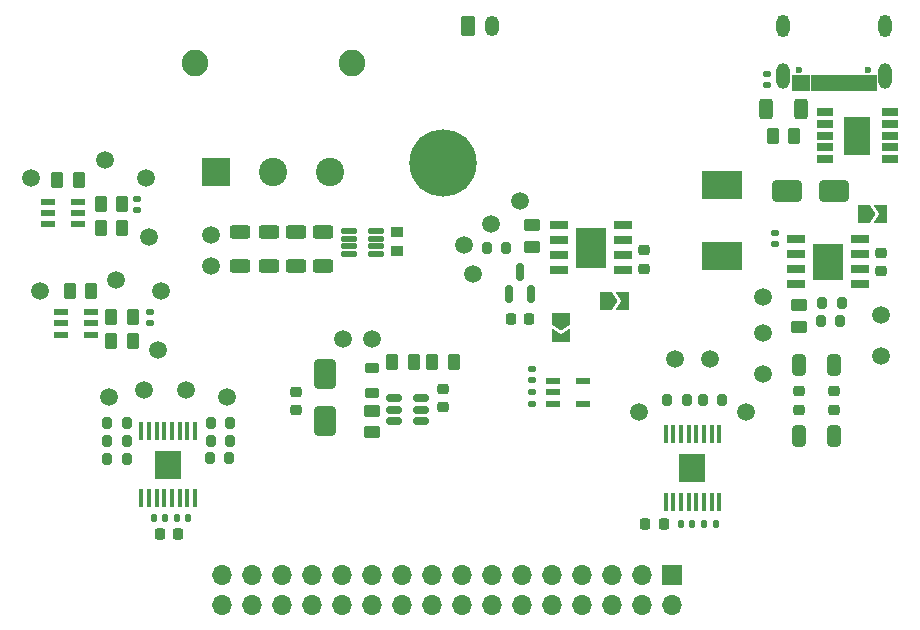
<source format=gbr>
%TF.GenerationSoftware,KiCad,Pcbnew,7.0.11*%
%TF.CreationDate,2025-03-28T01:33:45+02:00*%
%TF.ProjectId,Project,50726f6a-6563-4742-9e6b-696361645f70,rev?*%
%TF.SameCoordinates,Original*%
%TF.FileFunction,Soldermask,Top*%
%TF.FilePolarity,Negative*%
%FSLAX46Y46*%
G04 Gerber Fmt 4.6, Leading zero omitted, Abs format (unit mm)*
G04 Created by KiCad (PCBNEW 7.0.11) date 2025-03-28 01:33:45*
%MOMM*%
%LPD*%
G01*
G04 APERTURE LIST*
G04 Aperture macros list*
%AMRoundRect*
0 Rectangle with rounded corners*
0 $1 Rounding radius*
0 $2 $3 $4 $5 $6 $7 $8 $9 X,Y pos of 4 corners*
0 Add a 4 corners polygon primitive as box body*
4,1,4,$2,$3,$4,$5,$6,$7,$8,$9,$2,$3,0*
0 Add four circle primitives for the rounded corners*
1,1,$1+$1,$2,$3*
1,1,$1+$1,$4,$5*
1,1,$1+$1,$6,$7*
1,1,$1+$1,$8,$9*
0 Add four rect primitives between the rounded corners*
20,1,$1+$1,$2,$3,$4,$5,0*
20,1,$1+$1,$4,$5,$6,$7,0*
20,1,$1+$1,$6,$7,$8,$9,0*
20,1,$1+$1,$8,$9,$2,$3,0*%
%AMFreePoly0*
4,1,6,0.500000,-0.750000,-0.650000,-0.750000,-0.150000,0.000000,-0.650000,0.750000,0.500000,0.750000,0.500000,-0.750000,0.500000,-0.750000,$1*%
%AMFreePoly1*
4,1,6,1.000000,0.000000,0.500000,-0.750000,-0.500000,-0.750000,-0.500000,0.750000,0.500000,0.750000,1.000000,0.000000,1.000000,0.000000,$1*%
G04 Aperture macros list end*
%ADD10C,0.010000*%
%ADD11C,5.700000*%
%ADD12O,1.700000X1.700000*%
%ADD13R,1.700000X1.700000*%
%ADD14R,1.200000X0.600000*%
%ADD15RoundRect,0.200000X-0.200000X-0.275000X0.200000X-0.275000X0.200000X0.275000X-0.200000X0.275000X0*%
%ADD16RoundRect,0.200000X0.200000X0.275000X-0.200000X0.275000X-0.200000X-0.275000X0.200000X-0.275000X0*%
%ADD17RoundRect,0.250000X0.625000X-0.312500X0.625000X0.312500X-0.625000X0.312500X-0.625000X-0.312500X0*%
%ADD18RoundRect,0.140000X-0.140000X-0.170000X0.140000X-0.170000X0.140000X0.170000X-0.140000X0.170000X0*%
%ADD19RoundRect,0.250000X-0.325000X-0.650000X0.325000X-0.650000X0.325000X0.650000X-0.325000X0.650000X0*%
%ADD20C,1.500000*%
%ADD21RoundRect,0.140000X-0.170000X0.140000X-0.170000X-0.140000X0.170000X-0.140000X0.170000X0.140000X0*%
%ADD22RoundRect,0.225000X0.225000X0.250000X-0.225000X0.250000X-0.225000X-0.250000X0.225000X-0.250000X0*%
%ADD23RoundRect,0.250000X0.450000X-0.262500X0.450000X0.262500X-0.450000X0.262500X-0.450000X-0.262500X0*%
%ADD24RoundRect,0.250000X0.262500X0.450000X-0.262500X0.450000X-0.262500X-0.450000X0.262500X-0.450000X0*%
%ADD25RoundRect,0.225000X0.250000X-0.225000X0.250000X0.225000X-0.250000X0.225000X-0.250000X-0.225000X0*%
%ADD26RoundRect,0.225000X-0.225000X-0.250000X0.225000X-0.250000X0.225000X0.250000X-0.225000X0.250000X0*%
%ADD27O,1.104000X1.904000*%
%ADD28O,1.104000X2.204000*%
%ADD29C,0.600000*%
%ADD30RoundRect,0.140000X0.140000X0.170000X-0.140000X0.170000X-0.140000X-0.170000X0.140000X-0.170000X0*%
%ADD31R,1.250000X0.600000*%
%ADD32R,1.525000X0.700000*%
%ADD33R,2.513000X3.402000*%
%ADD34RoundRect,0.140000X0.170000X-0.140000X0.170000X0.140000X-0.170000X0.140000X-0.170000X-0.140000X0*%
%ADD35RoundRect,0.250000X-1.000000X-0.650000X1.000000X-0.650000X1.000000X0.650000X-1.000000X0.650000X0*%
%ADD36RoundRect,0.225000X-0.250000X0.225000X-0.250000X-0.225000X0.250000X-0.225000X0.250000X0.225000X0*%
%ADD37RoundRect,0.150000X-0.512500X-0.150000X0.512500X-0.150000X0.512500X0.150000X-0.512500X0.150000X0*%
%ADD38RoundRect,0.250000X-0.262500X-0.450000X0.262500X-0.450000X0.262500X0.450000X-0.262500X0.450000X0*%
%ADD39RoundRect,0.250000X-0.312500X-0.625000X0.312500X-0.625000X0.312500X0.625000X-0.312500X0.625000X0*%
%ADD40RoundRect,0.250000X0.650000X-1.000000X0.650000X1.000000X-0.650000X1.000000X-0.650000X-1.000000X0*%
%ADD41RoundRect,0.250000X-0.350000X-0.625000X0.350000X-0.625000X0.350000X0.625000X-0.350000X0.625000X0*%
%ADD42O,1.200000X1.750000*%
%ADD43FreePoly0,0.000000*%
%ADD44FreePoly1,0.000000*%
%ADD45R,1.400000X0.700000*%
%ADD46R,2.300000X3.200000*%
%ADD47R,2.310000X2.460000*%
%ADD48RoundRect,0.100000X-0.100000X0.687500X-0.100000X-0.687500X0.100000X-0.687500X0.100000X0.687500X0*%
%ADD49RoundRect,0.125000X-0.537500X-0.125000X0.537500X-0.125000X0.537500X0.125000X-0.537500X0.125000X0*%
%ADD50R,3.500000X2.350000*%
%ADD51RoundRect,0.218750X0.381250X-0.218750X0.381250X0.218750X-0.381250X0.218750X-0.381250X-0.218750X0*%
%ADD52R,2.400000X2.400000*%
%ADD53C,2.400000*%
%ADD54C,2.250000*%
%ADD55RoundRect,0.150000X0.150000X-0.587500X0.150000X0.587500X-0.150000X0.587500X-0.150000X-0.587500X0*%
%ADD56R,2.600000X3.100000*%
%ADD57R,1.525000X0.650000*%
%ADD58R,1.000000X0.900000*%
%ADD59FreePoly1,270.000000*%
%ADD60FreePoly0,270.000000*%
G04 APERTURE END LIST*
%TO.C,J2*%
D10*
X136200000Y-147920000D02*
X135500000Y-147920000D01*
X135500000Y-146680000D01*
X136200000Y-146680000D01*
X136200000Y-147920000D01*
G36*
X136200000Y-147920000D02*
G01*
X135500000Y-147920000D01*
X135500000Y-146680000D01*
X136200000Y-146680000D01*
X136200000Y-147920000D01*
G37*
X137000000Y-147920000D02*
X136300000Y-147920000D01*
X136300000Y-146680000D01*
X137000000Y-146680000D01*
X137000000Y-147920000D01*
G36*
X137000000Y-147920000D02*
G01*
X136300000Y-147920000D01*
X136300000Y-146680000D01*
X137000000Y-146680000D01*
X137000000Y-147920000D01*
G37*
X137500000Y-147920000D02*
X137100000Y-147920000D01*
X137100000Y-146680000D01*
X137500000Y-146680000D01*
X137500000Y-147920000D01*
G36*
X137500000Y-147920000D02*
G01*
X137100000Y-147920000D01*
X137100000Y-146680000D01*
X137500000Y-146680000D01*
X137500000Y-147920000D01*
G37*
X138000000Y-147920000D02*
X137600000Y-147920000D01*
X137600000Y-146680000D01*
X138000000Y-146680000D01*
X138000000Y-147920000D01*
G36*
X138000000Y-147920000D02*
G01*
X137600000Y-147920000D01*
X137600000Y-146680000D01*
X138000000Y-146680000D01*
X138000000Y-147920000D01*
G37*
X138500000Y-147920000D02*
X138100000Y-147920000D01*
X138100000Y-146680000D01*
X138500000Y-146680000D01*
X138500000Y-147920000D01*
G36*
X138500000Y-147920000D02*
G01*
X138100000Y-147920000D01*
X138100000Y-146680000D01*
X138500000Y-146680000D01*
X138500000Y-147920000D01*
G37*
X139000000Y-147920000D02*
X138600000Y-147920000D01*
X138600000Y-146680000D01*
X139000000Y-146680000D01*
X139000000Y-147920000D01*
G36*
X139000000Y-147920000D02*
G01*
X138600000Y-147920000D01*
X138600000Y-146680000D01*
X139000000Y-146680000D01*
X139000000Y-147920000D01*
G37*
X139500000Y-147920000D02*
X139100000Y-147920000D01*
X139100000Y-146680000D01*
X139500000Y-146680000D01*
X139500000Y-147920000D01*
G36*
X139500000Y-147920000D02*
G01*
X139100000Y-147920000D01*
X139100000Y-146680000D01*
X139500000Y-146680000D01*
X139500000Y-147920000D01*
G37*
X140000000Y-147920000D02*
X139600000Y-147920000D01*
X139600000Y-146680000D01*
X140000000Y-146680000D01*
X140000000Y-147920000D01*
G36*
X140000000Y-147920000D02*
G01*
X139600000Y-147920000D01*
X139600000Y-146680000D01*
X140000000Y-146680000D01*
X140000000Y-147920000D01*
G37*
X140500000Y-147920000D02*
X140100000Y-147920000D01*
X140100000Y-146680000D01*
X140500000Y-146680000D01*
X140500000Y-147920000D01*
G36*
X140500000Y-147920000D02*
G01*
X140100000Y-147920000D01*
X140100000Y-146680000D01*
X140500000Y-146680000D01*
X140500000Y-147920000D01*
G37*
X141000000Y-147920000D02*
X140600000Y-147920000D01*
X140600000Y-146680000D01*
X141000000Y-146680000D01*
X141000000Y-147920000D01*
G36*
X141000000Y-147920000D02*
G01*
X140600000Y-147920000D01*
X140600000Y-146680000D01*
X141000000Y-146680000D01*
X141000000Y-147920000D01*
G37*
X141800000Y-147920000D02*
X141100000Y-147920000D01*
X141100000Y-146680000D01*
X141800000Y-146680000D01*
X141800000Y-147920000D01*
G36*
X141800000Y-147920000D02*
G01*
X141100000Y-147920000D01*
X141100000Y-146680000D01*
X141800000Y-146680000D01*
X141800000Y-147920000D01*
G37*
X142600000Y-147920000D02*
X141900000Y-147920000D01*
X141900000Y-146680000D01*
X142600000Y-146680000D01*
X142600000Y-147920000D01*
G36*
X142600000Y-147920000D02*
G01*
X141900000Y-147920000D01*
X141900000Y-146680000D01*
X142600000Y-146680000D01*
X142600000Y-147920000D01*
G37*
%TD*%
D11*
%TO.C,REF\u002A\u002A*%
X106000000Y-154100000D03*
%TD*%
D12*
%TO.C,J1*%
X87240000Y-191540000D03*
X87240000Y-189000000D03*
X89780000Y-191540000D03*
X89780000Y-189000000D03*
X92320000Y-191540000D03*
X92320000Y-189000000D03*
X94860000Y-191540000D03*
X94860000Y-189000000D03*
X97400000Y-191540000D03*
X97400000Y-189000000D03*
X99940000Y-191540000D03*
X99940000Y-189000000D03*
X102480000Y-191540000D03*
X102480000Y-189000000D03*
X105020000Y-191540000D03*
X105020000Y-189000000D03*
X107560000Y-191540000D03*
X107560000Y-189000000D03*
X110100000Y-191540000D03*
X110100000Y-189000000D03*
X112640000Y-191540000D03*
X112640000Y-189000000D03*
X115180000Y-191540000D03*
X115180000Y-189000000D03*
X117720000Y-191540000D03*
X117720000Y-189000000D03*
X120260000Y-191540000D03*
X120260000Y-189000000D03*
X122800000Y-191540000D03*
X122800000Y-189000000D03*
X125340000Y-191540000D03*
D13*
X125340000Y-189000000D03*
%TD*%
D14*
%TO.C,IC5*%
X115300000Y-172600000D03*
X115300000Y-173550000D03*
X115300000Y-174500000D03*
X117800000Y-174500000D03*
X117800000Y-172600000D03*
%TD*%
D15*
%TO.C,R23*%
X77550000Y-176150000D03*
X79200000Y-176150000D03*
%TD*%
D16*
%TO.C,R19*%
X126600000Y-174200000D03*
X124950000Y-174200000D03*
%TD*%
D17*
%TO.C,R28*%
X95800000Y-159937500D03*
X95800000Y-162862500D03*
%TD*%
D18*
%TO.C,C13*%
X126140000Y-184700000D03*
X127100000Y-184700000D03*
%TD*%
D17*
%TO.C,R27*%
X93550000Y-159937500D03*
X93550000Y-162862500D03*
%TD*%
D19*
%TO.C,C21*%
X139075000Y-177225000D03*
X136125000Y-177225000D03*
%TD*%
D20*
%TO.C,TP22*%
X128600000Y-170700000D03*
%TD*%
%TO.C,TP27*%
X133100000Y-168500000D03*
%TD*%
D21*
%TO.C,C7*%
X113550000Y-173550000D03*
X113550000Y-174510000D03*
%TD*%
D15*
%TO.C,R1*%
X139600000Y-167500000D03*
X137950000Y-167500000D03*
%TD*%
D22*
%TO.C,C15*%
X124650000Y-184700000D03*
X123100000Y-184700000D03*
%TD*%
D17*
%TO.C,R26*%
X91260000Y-159937500D03*
X91260000Y-162862500D03*
%TD*%
D20*
%TO.C,TP12*%
X82137500Y-164950000D03*
%TD*%
D23*
%TO.C,R3*%
X113500000Y-161212500D03*
X113500000Y-159387500D03*
%TD*%
%TO.C,R11*%
X100000000Y-176912500D03*
X100000000Y-175087500D03*
%TD*%
D24*
%TO.C,R14*%
X78825000Y-157600000D03*
X77000000Y-157600000D03*
%TD*%
D25*
%TO.C,C20*%
X139100000Y-173450000D03*
X139100000Y-175000000D03*
%TD*%
D19*
%TO.C,C5*%
X139100000Y-171225000D03*
X136150000Y-171225000D03*
%TD*%
D26*
%TO.C,C18*%
X83525000Y-185500000D03*
X81975000Y-185500000D03*
%TD*%
D20*
%TO.C,TP6*%
X86300000Y-162800000D03*
%TD*%
D25*
%TO.C,C19*%
X136100000Y-173450000D03*
X136100000Y-175000000D03*
%TD*%
D20*
%TO.C,TP21*%
X125600000Y-170700000D03*
%TD*%
D27*
%TO.C,J2*%
X134725000Y-142550000D03*
X143375000Y-142550000D03*
D28*
X134725000Y-146720000D03*
X143375000Y-146720000D03*
D29*
X136160000Y-146230000D03*
X141940000Y-146230000D03*
%TD*%
D21*
%TO.C,C11*%
X80075000Y-157140000D03*
X80075000Y-158100000D03*
%TD*%
%TO.C,C12*%
X81137500Y-166700000D03*
X81137500Y-167660000D03*
%TD*%
D20*
%TO.C,TP15*%
X84200000Y-173300000D03*
%TD*%
%TO.C,TP26*%
X133100000Y-165500000D03*
%TD*%
D18*
%TO.C,C16*%
X82450000Y-184150000D03*
X81490000Y-184150000D03*
%TD*%
D30*
%TO.C,C17*%
X84410000Y-184200000D03*
X83450000Y-184200000D03*
%TD*%
D26*
%TO.C,C2*%
X111725000Y-167300000D03*
X113275000Y-167300000D03*
%TD*%
D20*
%TO.C,TP18*%
X77700000Y-173900000D03*
%TD*%
D31*
%TO.C,IC2*%
X72575000Y-157400000D03*
X72575000Y-158350000D03*
X72575000Y-159300000D03*
X75075000Y-159300000D03*
X75075000Y-158350000D03*
X75075000Y-157400000D03*
%TD*%
D20*
%TO.C,TP13*%
X80825000Y-155350000D03*
%TD*%
%TO.C,TP11*%
X81887500Y-169950000D03*
%TD*%
D15*
%TO.C,R24*%
X77550000Y-177650000D03*
X79200000Y-177650000D03*
%TD*%
D32*
%TO.C,IC4*%
X115788000Y-159395000D03*
X115788000Y-160665000D03*
X115788000Y-161935000D03*
X115788000Y-163205000D03*
X121212000Y-163205000D03*
X121212000Y-161935000D03*
X121212000Y-160665000D03*
X121212000Y-159395000D03*
D33*
X118500000Y-161300000D03*
%TD*%
D34*
%TO.C,C8*%
X113550000Y-172510000D03*
X113550000Y-171550000D03*
%TD*%
D35*
%TO.C,D3*%
X139100000Y-156500000D03*
X135100000Y-156500000D03*
%TD*%
D36*
%TO.C,C4*%
X143100000Y-163275000D03*
X143100000Y-161725000D03*
%TD*%
D37*
%TO.C,U3*%
X101862500Y-174050000D03*
X101862500Y-175000000D03*
X101862500Y-175950000D03*
X104137500Y-175950000D03*
X104137500Y-175000000D03*
X104137500Y-174050000D03*
%TD*%
D20*
%TO.C,TP24*%
X100000000Y-169000000D03*
%TD*%
%TO.C,TP25*%
X143100000Y-167000000D03*
%TD*%
D16*
%TO.C,R4*%
X111325000Y-161300000D03*
X109675000Y-161300000D03*
%TD*%
D20*
%TO.C,TP28*%
X133100000Y-172000000D03*
%TD*%
D38*
%TO.C,R10*%
X105087500Y-171000000D03*
X106912500Y-171000000D03*
%TD*%
D39*
%TO.C,R7*%
X133337500Y-149550000D03*
X136262500Y-149550000D03*
%TD*%
D38*
%TO.C,R16*%
X77887500Y-169200000D03*
X79712500Y-169200000D03*
%TD*%
D20*
%TO.C,TP29*%
X143100000Y-170500000D03*
%TD*%
D23*
%TO.C,R5*%
X136100000Y-166175000D03*
X136100000Y-168000000D03*
%TD*%
D20*
%TO.C,TP2*%
X112500000Y-157300000D03*
%TD*%
%TO.C,TP19*%
X131600000Y-175200000D03*
%TD*%
%TO.C,TP7*%
X78300000Y-164000000D03*
%TD*%
D40*
%TO.C,D1*%
X96000000Y-176000000D03*
X96000000Y-172000000D03*
%TD*%
D24*
%TO.C,R15*%
X76212500Y-164950000D03*
X74387500Y-164950000D03*
%TD*%
D20*
%TO.C,TP8*%
X71887500Y-164950000D03*
%TD*%
D15*
%TO.C,R18*%
X127950000Y-174200000D03*
X129600000Y-174200000D03*
%TD*%
D17*
%TO.C,R9*%
X88800000Y-159937500D03*
X88800000Y-162862500D03*
%TD*%
D20*
%TO.C,TP5*%
X86300000Y-160187500D03*
%TD*%
%TO.C,TP1*%
X110000000Y-159300000D03*
%TD*%
D36*
%TO.C,C9*%
X106000000Y-173225000D03*
X106000000Y-174775000D03*
%TD*%
D20*
%TO.C,TP9*%
X77325000Y-153900000D03*
%TD*%
%TO.C,TP4*%
X108500000Y-163550000D03*
%TD*%
D38*
%TO.C,R13*%
X77000000Y-159600000D03*
X78825000Y-159600000D03*
%TD*%
D41*
%TO.C,J3*%
X108100000Y-142550000D03*
D42*
X110100000Y-142550000D03*
%TD*%
D16*
%TO.C,R21*%
X87875000Y-179120000D03*
X86225000Y-179120000D03*
%TD*%
D38*
%TO.C,R2*%
X101675000Y-171000000D03*
X103500000Y-171000000D03*
%TD*%
%TO.C,R8*%
X133887500Y-151800000D03*
X135712500Y-151800000D03*
%TD*%
D16*
%TO.C,R20*%
X86300000Y-176120000D03*
X87950000Y-176120000D03*
%TD*%
D43*
%TO.C,JP2*%
X143100000Y-158400000D03*
D44*
X141650000Y-158400000D03*
%TD*%
D24*
%TO.C,R17*%
X79712500Y-167200000D03*
X77887500Y-167200000D03*
%TD*%
D20*
%TO.C,TP23*%
X97500000Y-169000000D03*
%TD*%
D16*
%TO.C,R22*%
X87950000Y-177650000D03*
X86300000Y-177650000D03*
%TD*%
D45*
%TO.C,IC1*%
X143800000Y-153800000D03*
X143800000Y-152800000D03*
X143800000Y-151800000D03*
X143800000Y-150800000D03*
X143800000Y-149800000D03*
X138300000Y-149800000D03*
X138300000Y-150800000D03*
X138300000Y-151800000D03*
X138300000Y-152800000D03*
X138300000Y-153800000D03*
D46*
X141050000Y-151800000D03*
%TD*%
D20*
%TO.C,TP10*%
X71075000Y-155350000D03*
%TD*%
D25*
%TO.C,C10*%
X93500000Y-175050000D03*
X93500000Y-173500000D03*
%TD*%
D21*
%TO.C,C3*%
X134100000Y-161000000D03*
X134100000Y-160040000D03*
%TD*%
D47*
%TO.C,U4*%
X127100000Y-179950000D03*
D48*
X129375000Y-177087500D03*
X128725000Y-177087500D03*
X128075000Y-177087500D03*
X127425000Y-177087500D03*
X126775000Y-177087500D03*
X126125000Y-177087500D03*
X125475000Y-177087500D03*
X124825000Y-177087500D03*
X124825000Y-182812500D03*
X125475000Y-182812500D03*
X126125000Y-182812500D03*
X126775000Y-182812500D03*
X127425000Y-182812500D03*
X128075000Y-182812500D03*
X128725000Y-182812500D03*
X129375000Y-182812500D03*
%TD*%
D20*
%TO.C,TP3*%
X107750000Y-161050000D03*
%TD*%
D44*
%TO.C,JP3*%
X119775000Y-165800000D03*
D43*
X121225000Y-165800000D03*
%TD*%
D30*
%TO.C,C14*%
X129060000Y-184700000D03*
X128100000Y-184700000D03*
%TD*%
D49*
%TO.C,U1*%
X98025000Y-159887500D03*
X98025000Y-160537500D03*
X98025000Y-161187500D03*
X98025000Y-161837500D03*
X100300000Y-161837500D03*
X100300000Y-161187500D03*
X100300000Y-160537500D03*
X100300000Y-159887500D03*
%TD*%
D21*
%TO.C,C6*%
X133375000Y-146570000D03*
X133375000Y-147530000D03*
%TD*%
D20*
%TO.C,TP16*%
X80700000Y-173300000D03*
%TD*%
D50*
%TO.C,L1*%
X129600000Y-155975000D03*
X129600000Y-162025000D03*
%TD*%
D51*
%TO.C,L2*%
X100000000Y-173562500D03*
X100000000Y-171437500D03*
%TD*%
D16*
%TO.C,R6*%
X138100000Y-166000000D03*
X139750000Y-166000000D03*
%TD*%
D31*
%TO.C,IC6*%
X73637500Y-166750000D03*
X73637500Y-167700000D03*
X73637500Y-168650000D03*
X76137500Y-168650000D03*
X76137500Y-167700000D03*
X76137500Y-166750000D03*
%TD*%
D52*
%TO.C,S1*%
X86800000Y-154875000D03*
D53*
X91600000Y-154875000D03*
X96400000Y-154875000D03*
D54*
X84950000Y-145675000D03*
X98250000Y-145675000D03*
%TD*%
D25*
%TO.C,C1*%
X123000000Y-163075000D03*
X123000000Y-161525000D03*
%TD*%
D20*
%TO.C,TP17*%
X87700000Y-173900000D03*
%TD*%
D55*
%TO.C,Q1*%
X111550000Y-165237500D03*
X113450000Y-165237500D03*
X112500000Y-163362500D03*
%TD*%
D20*
%TO.C,TP20*%
X122600000Y-175200000D03*
%TD*%
%TO.C,TP14*%
X81075000Y-160350000D03*
%TD*%
D56*
%TO.C,IC3*%
X138600000Y-162500000D03*
D57*
X141312000Y-160595000D03*
X141312000Y-161865000D03*
X141312000Y-163135000D03*
X141312000Y-164405000D03*
X135888000Y-164405000D03*
X135888000Y-163135000D03*
X135888000Y-161865000D03*
X135888000Y-160595000D03*
%TD*%
D15*
%TO.C,R25*%
X77550000Y-179170000D03*
X79200000Y-179170000D03*
%TD*%
D58*
%TO.C,FB1*%
X102050000Y-159937500D03*
X102050000Y-161537500D03*
%TD*%
D24*
%TO.C,R12*%
X75150000Y-155600000D03*
X73325000Y-155600000D03*
%TD*%
D59*
%TO.C,JP1*%
X116000000Y-167300000D03*
D60*
X116000000Y-168750000D03*
%TD*%
D48*
%TO.C,U5*%
X84975000Y-182512500D03*
X84325000Y-182512500D03*
X83675000Y-182512500D03*
X83025000Y-182512500D03*
X82375000Y-182512500D03*
X81725000Y-182512500D03*
X81075000Y-182512500D03*
X80425000Y-182512500D03*
X80425000Y-176787500D03*
X81075000Y-176787500D03*
X81725000Y-176787500D03*
X82375000Y-176787500D03*
X83025000Y-176787500D03*
X83675000Y-176787500D03*
X84325000Y-176787500D03*
X84975000Y-176787500D03*
D47*
X82700000Y-179650000D03*
%TD*%
M02*

</source>
